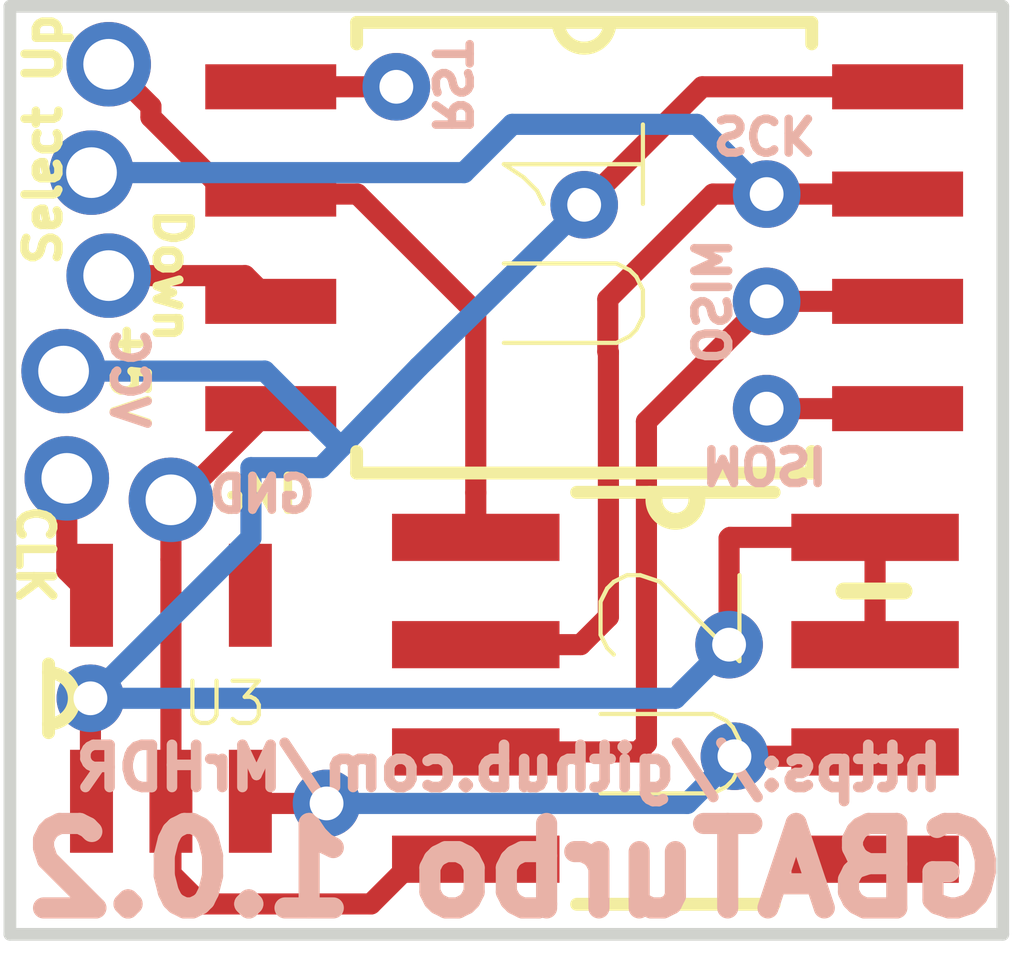
<source format=kicad_pcb>
(kicad_pcb (version 20171130) (host pcbnew "(5.0.0)")

  (general
    (thickness 0.8)
    (drawings 32)
    (tracks 88)
    (zones 0)
    (modules 3)
    (nets 13)
  )

  (page A4)
  (layers
    (0 F.Cu signal)
    (31 B.Cu signal)
    (32 B.Adhes user)
    (33 F.Adhes user)
    (34 B.Paste user)
    (35 F.Paste user)
    (36 B.SilkS user)
    (37 F.SilkS user)
    (38 B.Mask user)
    (39 F.Mask user)
    (40 Dwgs.User user)
    (41 Cmts.User user)
    (42 Eco1.User user)
    (43 Eco2.User user)
    (44 Edge.Cuts user)
    (45 Margin user)
    (46 B.CrtYd user)
    (47 F.CrtYd user)
    (48 B.Fab user)
    (49 F.Fab user)
  )

  (setup
    (last_trace_width 0.25)
    (trace_clearance 0.2)
    (zone_clearance 0.508)
    (zone_45_only no)
    (trace_min 0.2)
    (segment_width 0.2)
    (edge_width 0.15)
    (via_size 0.8)
    (via_drill 0.4)
    (via_min_size 0.4)
    (via_min_drill 0.3)
    (uvia_size 0.3)
    (uvia_drill 0.1)
    (uvias_allowed no)
    (uvia_min_size 0.2)
    (uvia_min_drill 0.1)
    (pcb_text_width 0.3)
    (pcb_text_size 1.5 1.5)
    (mod_edge_width 0.15)
    (mod_text_size 1 1)
    (mod_text_width 0.15)
    (pad_size 1.5494 0.5334)
    (pad_drill 0)
    (pad_to_mask_clearance 0.2)
    (aux_axis_origin 0 0)
    (visible_elements 7FFFFFFF)
    (pcbplotparams
      (layerselection 0x3ffff_ffffffff)
      (usegerberextensions false)
      (usegerberattributes false)
      (usegerberadvancedattributes false)
      (creategerberjobfile false)
      (excludeedgelayer true)
      (linewidth 0.100000)
      (plotframeref false)
      (viasonmask false)
      (mode 1)
      (useauxorigin false)
      (hpglpennumber 1)
      (hpglpenspeed 20)
      (hpglpendiameter 15.000000)
      (psnegative false)
      (psa4output false)
      (plotreference true)
      (plotvalue true)
      (plotinvisibletext false)
      (padsonsilk true)
      (subtractmaskfromsilk false)
      (outputformat 1)
      (mirror false)
      (drillshape 0)
      (scaleselection 1)
      (outputdirectory "D:/OneDrive/Dokumenter/GbaVariableOc/gerber"))
  )

  (net 0 "")
  (net 1 "Net-(U1-Pad2)")
  (net 2 "Net-(U1-Pad3)")
  (net 3 GND)
  (net 4 +5V)
  (net 5 "Net-(U2-Pad5)")
  (net 6 "Net-(U2-Pad6)")
  (net 7 "Net-(U3-Pad4)")
  (net 8 VDD)
  (net 9 "Net-(U1-Pad1)")
  (net 10 "Net-(U1-Pad5)")
  (net 11 "Net-(U1-Pad6)")
  (net 12 "Net-(U1-Pad7)")

  (net_class Default "This is the default net class."
    (clearance 0.2)
    (trace_width 0.25)
    (via_dia 0.8)
    (via_drill 0.4)
    (uvia_dia 0.3)
    (uvia_drill 0.1)
    (diff_pair_gap 0.25)
    (diff_pair_width 0.4)
    (add_net +5V)
    (add_net GND)
    (add_net "Net-(U1-Pad1)")
    (add_net "Net-(U1-Pad2)")
    (add_net "Net-(U1-Pad3)")
    (add_net "Net-(U1-Pad5)")
    (add_net "Net-(U1-Pad6)")
    (add_net "Net-(U1-Pad7)")
    (add_net "Net-(U2-Pad5)")
    (add_net "Net-(U2-Pad6)")
    (add_net "Net-(U3-Pad4)")
    (add_net VDD)
  )

  (module ATTINY85-20SU:SOIC127P798X216-8N (layer F.Cu) (tedit 5B9C1BB8) (tstamp 5B9BA4E6)
    (at 128.778 82.423)
    (path /5B9BCF8A)
    (attr smd)
    (fp_text reference U1 (at -0.0635 -0.127 90) (layer F.SilkS)
      (effects (font (size 1.64512 1.64512) (thickness 0.05)))
    )
    (fp_text value ATtiny85-20SUR (at 0.0635 -3.6195) (layer F.SilkS) hide
      (effects (font (size 1.64308 1.64308) (thickness 0.05)))
    )
    (fp_line (start -2.6924 -1.6764) (end -2.6924 -2.1336) (layer Dwgs.User) (width 0))
    (fp_line (start -2.6924 -2.1336) (end -4.1402 -2.1336) (layer Dwgs.User) (width 0))
    (fp_line (start -4.1402 -2.1336) (end -4.1402 -1.6764) (layer Dwgs.User) (width 0))
    (fp_line (start -4.1402 -1.6764) (end -2.6924 -1.6764) (layer Dwgs.User) (width 0))
    (fp_line (start -2.6924 -0.4064) (end -2.6924 -0.8636) (layer Dwgs.User) (width 0))
    (fp_line (start -2.6924 -0.8636) (end -4.1402 -0.8636) (layer Dwgs.User) (width 0))
    (fp_line (start -4.1402 -0.8636) (end -4.1402 -0.4064) (layer Dwgs.User) (width 0))
    (fp_line (start -4.1402 -0.4064) (end -2.6924 -0.4064) (layer Dwgs.User) (width 0))
    (fp_line (start -2.6924 0.8636) (end -2.6924 0.4064) (layer Dwgs.User) (width 0))
    (fp_line (start -2.6924 0.4064) (end -4.1402 0.4064) (layer Dwgs.User) (width 0))
    (fp_line (start -4.1402 0.4064) (end -4.1402 0.8636) (layer Dwgs.User) (width 0))
    (fp_line (start -4.1402 0.8636) (end -2.6924 0.8636) (layer Dwgs.User) (width 0))
    (fp_line (start -2.6924 2.1336) (end -2.6924 1.6764) (layer Dwgs.User) (width 0))
    (fp_line (start -2.6924 1.6764) (end -4.1402 1.6764) (layer Dwgs.User) (width 0))
    (fp_line (start -4.1402 1.6764) (end -4.1402 2.1336) (layer Dwgs.User) (width 0))
    (fp_line (start -4.1402 2.1336) (end -2.6924 2.1336) (layer Dwgs.User) (width 0))
    (fp_line (start 2.6924 1.6764) (end 2.6924 2.1336) (layer Dwgs.User) (width 0))
    (fp_line (start 2.6924 2.1336) (end 4.1402 2.1336) (layer Dwgs.User) (width 0))
    (fp_line (start 4.1402 2.1336) (end 4.1402 1.6764) (layer Dwgs.User) (width 0))
    (fp_line (start 4.1402 1.6764) (end 2.6924 1.6764) (layer Dwgs.User) (width 0))
    (fp_line (start 2.6924 0.4064) (end 2.6924 0.8636) (layer Dwgs.User) (width 0))
    (fp_line (start 2.6924 0.8636) (end 4.1402 0.8636) (layer Dwgs.User) (width 0))
    (fp_line (start 4.1402 0.8636) (end 4.1402 0.4064) (layer Dwgs.User) (width 0))
    (fp_line (start 4.1402 0.4064) (end 2.6924 0.4064) (layer Dwgs.User) (width 0))
    (fp_line (start 2.6924 -0.8636) (end 2.6924 -0.4064) (layer Dwgs.User) (width 0))
    (fp_line (start 2.6924 -0.4064) (end 4.1402 -0.4064) (layer Dwgs.User) (width 0))
    (fp_line (start 4.1402 -0.4064) (end 4.1402 -0.8636) (layer Dwgs.User) (width 0))
    (fp_line (start 4.1402 -0.8636) (end 2.6924 -0.8636) (layer Dwgs.User) (width 0))
    (fp_line (start 2.6924 -2.1336) (end 2.6924 -1.6764) (layer Dwgs.User) (width 0))
    (fp_line (start 2.6924 -1.6764) (end 4.1402 -1.6764) (layer Dwgs.User) (width 0))
    (fp_line (start 4.1402 -1.6764) (end 4.1402 -2.1336) (layer Dwgs.User) (width 0))
    (fp_line (start 4.1402 -2.1336) (end 2.6924 -2.1336) (layer Dwgs.User) (width 0))
    (fp_line (start -2.6924 2.667) (end 2.6924 2.667) (layer Dwgs.User) (width 0))
    (fp_line (start 2.6924 2.667) (end 2.6924 -2.667) (layer Dwgs.User) (width 0))
    (fp_line (start 2.6924 -2.667) (end 0.3048 -2.667) (layer Dwgs.User) (width 0))
    (fp_line (start 0.3048 -2.667) (end -0.3048 -2.667) (layer Dwgs.User) (width 0))
    (fp_line (start -0.3048 -2.667) (end -2.6924 -2.667) (layer Dwgs.User) (width 0))
    (fp_line (start -2.6924 -2.667) (end -2.6924 2.667) (layer Dwgs.User) (width 0))
    (fp_arc (start 0 -2.667) (end -0.3048 -2.667) (angle -180) (layer Dwgs.User) (width 0))
    (fp_arc (start 0 -2.667) (end -0.3048 -2.667) (angle -180) (layer Dwgs.User) (width 0))
    (fp_line (start -2.6924 2.413) (end -2.6924 2.667) (layer F.SilkS) (width 0.1524))
    (fp_line (start 2.6924 -2.413) (end 2.6924 -2.667) (layer F.SilkS) (width 0.1524))
    (fp_line (start -2.6924 2.667) (end 2.6924 2.667) (layer F.SilkS) (width 0.1524))
    (fp_line (start 2.6924 2.667) (end 2.6924 2.413) (layer F.SilkS) (width 0.1524))
    (fp_line (start 2.6924 -2.667) (end 0.3048 -2.667) (layer F.SilkS) (width 0.1524))
    (fp_line (start 0.3048 -2.667) (end -0.3048 -2.667) (layer F.SilkS) (width 0.1524))
    (fp_line (start -0.3048 -2.667) (end -2.6924 -2.667) (layer F.SilkS) (width 0.1524))
    (fp_line (start -2.6924 -2.667) (end -2.6924 -2.413) (layer F.SilkS) (width 0.1524))
    (fp_arc (start 0 -2.667) (end -0.3048 -2.667) (angle -180) (layer F.SilkS) (width 0.1524))
    (fp_arc (start 0 -2.667) (end -0.3048 -2.667) (angle -180) (layer F.SilkS) (width 0.1524))
    (pad 1 smd rect (at -3.7084 -1.905) (size 1.5494 0.5334) (layers F.Cu F.Paste F.Mask)
      (net 9 "Net-(U1-Pad1)"))
    (pad 2 smd rect (at -3.7084 -0.635) (size 1.5494 0.5334) (layers F.Cu F.Paste F.Mask)
      (net 1 "Net-(U1-Pad2)"))
    (pad 3 smd rect (at -3.7084 0.635) (size 1.5494 0.5334) (layers F.Cu F.Paste F.Mask)
      (net 2 "Net-(U1-Pad3)"))
    (pad 4 smd rect (at -3.7084 1.905) (size 1.5494 0.5334) (layers F.Cu F.Paste F.Mask)
      (net 3 GND))
    (pad 5 smd rect (at 3.7084 1.905) (size 1.5494 0.5334) (layers F.Cu F.Paste F.Mask)
      (net 10 "Net-(U1-Pad5)"))
    (pad 6 smd rect (at 3.7084 0.635) (size 1.5494 0.5334) (layers F.Cu F.Paste F.Mask)
      (net 11 "Net-(U1-Pad6)"))
    (pad 7 smd rect (at 3.7084 -0.635) (size 1.5494 0.5334) (layers F.Cu F.Paste F.Mask)
      (net 12 "Net-(U1-Pad7)"))
    (pad 8 smd rect (at 3.7084 -1.905) (size 1.5494 0.5334) (layers F.Cu F.Paste F.Mask)
      (net 4 +5V))
  )

  (module MCP4151-103E_SN:SOIC127P600X175-8N (layer F.Cu) (tedit 5B9C1555) (tstamp 5B9BA520)
    (at 129.8575 87.757)
    (path /5B9BAA34)
    (attr smd)
    (fp_text reference U2 (at 0 -0.127 90) (layer F.SilkS)
      (effects (font (size 1.64352 1.64352) (thickness 0.05)))
    )
    (fp_text value MCP4151-103E_SN (at -0.355974 3.86487) (layer F.SilkS) hide
      (effects (font (size 1.64173 1.64173) (thickness 0.05)))
    )
    (fp_line (start -1.9558 -1.651) (end -1.9558 -2.159) (layer Dwgs.User) (width 0.1524))
    (fp_line (start -1.9558 -2.159) (end -2.9972 -2.159) (layer Dwgs.User) (width 0.1524))
    (fp_line (start -2.9972 -2.159) (end -2.9972 -1.651) (layer Dwgs.User) (width 0.1524))
    (fp_line (start -2.9972 -1.651) (end -1.9558 -1.651) (layer Dwgs.User) (width 0.1524))
    (fp_line (start -1.9558 -0.381) (end -1.9558 -0.889) (layer Dwgs.User) (width 0.1524))
    (fp_line (start -1.9558 -0.889) (end -2.9972 -0.889) (layer Dwgs.User) (width 0.1524))
    (fp_line (start -2.9972 -0.889) (end -2.9972 -0.381) (layer Dwgs.User) (width 0.1524))
    (fp_line (start -2.9972 -0.381) (end -1.9558 -0.381) (layer Dwgs.User) (width 0.1524))
    (fp_line (start -1.9558 0.889) (end -1.9558 0.381) (layer Dwgs.User) (width 0.1524))
    (fp_line (start -1.9558 0.381) (end -2.9972 0.381) (layer Dwgs.User) (width 0.1524))
    (fp_line (start -2.9972 0.381) (end -2.9972 0.889) (layer Dwgs.User) (width 0.1524))
    (fp_line (start -2.9972 0.889) (end -1.9558 0.889) (layer Dwgs.User) (width 0.1524))
    (fp_line (start -1.9558 2.159) (end -1.9558 1.651) (layer Dwgs.User) (width 0.1524))
    (fp_line (start -1.9558 1.651) (end -2.9972 1.651) (layer Dwgs.User) (width 0.1524))
    (fp_line (start -2.9972 1.651) (end -2.9972 2.159) (layer Dwgs.User) (width 0.1524))
    (fp_line (start -2.9972 2.159) (end -1.9558 2.159) (layer Dwgs.User) (width 0.1524))
    (fp_line (start 1.9558 1.651) (end 1.9558 2.159) (layer Dwgs.User) (width 0.1524))
    (fp_line (start 1.9558 2.159) (end 2.9972 2.159) (layer Dwgs.User) (width 0.1524))
    (fp_line (start 2.9972 2.159) (end 2.9972 1.651) (layer Dwgs.User) (width 0.1524))
    (fp_line (start 2.9972 1.651) (end 1.9558 1.651) (layer Dwgs.User) (width 0.1524))
    (fp_line (start 1.9558 0.381) (end 1.9558 0.889) (layer Dwgs.User) (width 0.1524))
    (fp_line (start 1.9558 0.889) (end 2.9972 0.889) (layer Dwgs.User) (width 0.1524))
    (fp_line (start 2.9972 0.889) (end 2.9972 0.381) (layer Dwgs.User) (width 0.1524))
    (fp_line (start 2.9972 0.381) (end 1.9558 0.381) (layer Dwgs.User) (width 0.1524))
    (fp_line (start 1.9558 -0.889) (end 1.9558 -0.381) (layer Dwgs.User) (width 0.1524))
    (fp_line (start 1.9558 -0.381) (end 2.9972 -0.381) (layer Dwgs.User) (width 0.1524))
    (fp_line (start 2.9972 -0.381) (end 2.9972 -0.889) (layer Dwgs.User) (width 0.1524))
    (fp_line (start 2.9972 -0.889) (end 1.9558 -0.889) (layer Dwgs.User) (width 0.1524))
    (fp_line (start 1.9558 -2.159) (end 1.9558 -1.651) (layer Dwgs.User) (width 0.1524))
    (fp_line (start 1.9558 -1.651) (end 2.9972 -1.651) (layer Dwgs.User) (width 0.1524))
    (fp_line (start 2.9972 -1.651) (end 2.9972 -2.159) (layer Dwgs.User) (width 0.1524))
    (fp_line (start 2.9972 -2.159) (end 1.9558 -2.159) (layer Dwgs.User) (width 0.1524))
    (fp_line (start -1.9558 2.4384) (end 1.9558 2.4384) (layer Dwgs.User) (width 0.1524))
    (fp_line (start 1.9558 2.4384) (end 1.9558 -2.4384) (layer Dwgs.User) (width 0.1524))
    (fp_line (start 1.9558 -2.4384) (end 0.3048 -2.4384) (layer Dwgs.User) (width 0.1524))
    (fp_line (start 0.3048 -2.4384) (end -0.3048 -2.4384) (layer Dwgs.User) (width 0.1524))
    (fp_line (start -0.3048 -2.4384) (end -1.9558 -2.4384) (layer Dwgs.User) (width 0.1524))
    (fp_line (start -1.9558 -2.4384) (end -1.9558 2.4384) (layer Dwgs.User) (width 0.1524))
    (fp_arc (start 0 -2.4384) (end -0.3048 -2.4384) (angle -180) (layer Dwgs.User) (width 0))
    (fp_text user 66 (at -57.7215 -24.003) (layer F.SilkS) hide
      (effects (font (size 1 1) (thickness 0.05)))
    )
    (fp_line (start -1.1684 2.4384) (end 1.1684 2.4384) (layer F.SilkS) (width 0.1524))
    (fp_line (start 1.1684 -2.4384) (end 0.3048 -2.4384) (layer F.SilkS) (width 0.1524))
    (fp_line (start 0.3048 -2.4384) (end -0.3048 -2.4384) (layer F.SilkS) (width 0.1524))
    (fp_line (start -0.3048 -2.4384) (end -1.1684 -2.4384) (layer F.SilkS) (width 0.1524))
    (fp_arc (start 0 -2.4384) (end -0.3048 -2.4384) (angle -180) (layer F.SilkS) (width 0))
    (fp_text user * (at -14.4145 -6.858) (layer F.SilkS) hide
      (effects (font (size 1 1) (thickness 0.05)))
    )
    (pad 1 smd rect (at -2.3622 -1.905) (size 1.9812 0.5588) (layers F.Cu F.Paste F.Mask)
      (net 1 "Net-(U1-Pad2)"))
    (pad 2 smd rect (at -2.3622 -0.635) (size 1.9812 0.5588) (layers F.Cu F.Paste F.Mask)
      (net 12 "Net-(U1-Pad7)"))
    (pad 3 smd rect (at -2.3622 0.635) (size 1.9812 0.5588) (layers F.Cu F.Paste F.Mask)
      (net 11 "Net-(U1-Pad6)"))
    (pad 4 smd rect (at -2.3622 1.905) (size 1.9812 0.5588) (layers F.Cu F.Paste F.Mask)
      (net 3 GND))
    (pad 5 smd rect (at 2.3622 1.905) (size 1.9812 0.5588) (layers F.Cu F.Paste F.Mask)
      (net 5 "Net-(U2-Pad5)"))
    (pad 6 smd rect (at 2.3622 0.635) (size 1.9812 0.5588) (layers F.Cu F.Paste F.Mask)
      (net 6 "Net-(U2-Pad6)"))
    (pad 7 smd rect (at 2.3622 -0.635) (size 1.9812 0.5588) (layers F.Cu F.Paste F.Mask)
      (net 4 +5V))
    (pad 8 smd rect (at 2.3622 -1.905) (size 1.9812 0.5588) (layers F.Cu F.Paste F.Mask)
      (net 4 +5V))
  )

  (module LTC1799:SOT95P280X100-5N (layer F.Cu) (tedit 5B9C1506) (tstamp 5B9BA54D)
    (at 123.8885 87.757 90)
    (path /5B9BD70D)
    (attr smd)
    (fp_text reference U3 (at -0.0635 0.635 180) (layer F.SilkS)
      (effects (font (size 0.5 0.5) (thickness 0.05)))
    )
    (fp_text value LTC1799HS5 (at 1.75534 3.40889 90) (layer F.SilkS) hide
      (effects (font (size 1.64255 1.64255) (thickness 0.05)))
    )
    (fp_line (start 0.4064 -1.4478) (end 0.3048 -1.4478) (layer F.SilkS) (width 0.1524))
    (fp_line (start 0.3048 -1.4478) (end -0.3048 -1.4478) (layer F.SilkS) (width 0.1524))
    (fp_line (start -0.3048 -1.4478) (end -0.4064 -1.4478) (layer F.SilkS) (width 0.1524))
    (fp_arc (start 0 -1.4478) (end -0.3048 -1.4478) (angle -180) (layer F.SilkS) (width 0.1524))
    (fp_line (start -0.8636 1.4478) (end 0.8636 1.4478) (layer Dwgs.User) (width 0))
    (fp_line (start 0.8636 1.4478) (end 0.8636 1.1684) (layer Dwgs.User) (width 0))
    (fp_line (start 0.8636 1.1684) (end 0.8636 0.7366) (layer Dwgs.User) (width 0))
    (fp_line (start 0.8636 0.7366) (end 0.8636 -0.7366) (layer Dwgs.User) (width 0))
    (fp_line (start 0.8636 -1.4478) (end 0.3048 -1.4478) (layer Dwgs.User) (width 0))
    (fp_line (start 0.3048 -1.4478) (end -0.3048 -1.4478) (layer Dwgs.User) (width 0))
    (fp_line (start -0.3048 -1.4478) (end -0.8636 -1.4478) (layer Dwgs.User) (width 0))
    (fp_line (start -0.8636 -1.4478) (end -0.8636 -1.1684) (layer Dwgs.User) (width 0))
    (fp_line (start -0.8636 -1.1684) (end -0.8636 -0.7366) (layer Dwgs.User) (width 0))
    (fp_line (start -0.8636 -0.7366) (end -0.8636 -0.2286) (layer Dwgs.User) (width 0))
    (fp_line (start -0.8636 -0.2286) (end -0.8636 0.2286) (layer Dwgs.User) (width 0))
    (fp_line (start -0.8636 0.2286) (end -0.8636 0.7366) (layer Dwgs.User) (width 0))
    (fp_line (start -0.8636 -1.1684) (end -1.397 -1.1684) (layer Dwgs.User) (width 0))
    (fp_line (start -1.397 -1.1684) (end -1.397 -0.7366) (layer Dwgs.User) (width 0))
    (fp_line (start -1.397 -0.7366) (end -0.8636 -0.7366) (layer Dwgs.User) (width 0))
    (fp_line (start -0.8636 -0.2286) (end -1.397 -0.2286) (layer Dwgs.User) (width 0))
    (fp_line (start -1.397 -0.2286) (end -1.397 0.2286) (layer Dwgs.User) (width 0))
    (fp_line (start -1.397 0.2286) (end -0.8636 0.2286) (layer Dwgs.User) (width 0))
    (fp_line (start -0.8636 1.4478) (end -0.8636 1.1684) (layer Dwgs.User) (width 0))
    (fp_line (start -0.8636 1.1684) (end -0.8636 0.7366) (layer Dwgs.User) (width 0))
    (fp_line (start -0.8636 0.7366) (end -1.397 0.7366) (layer Dwgs.User) (width 0))
    (fp_line (start -1.397 0.7366) (end -1.397 1.1684) (layer Dwgs.User) (width 0))
    (fp_line (start -1.397 1.1684) (end -0.8636 1.1684) (layer Dwgs.User) (width 0))
    (fp_line (start 0.8636 1.1684) (end 1.397 1.1684) (layer Dwgs.User) (width 0))
    (fp_line (start 1.397 1.1684) (end 1.397 0.7366) (layer Dwgs.User) (width 0))
    (fp_line (start 1.397 0.7366) (end 0.8636 0.7366) (layer Dwgs.User) (width 0))
    (fp_line (start 0.8636 -1.4478) (end 0.8636 -1.1684) (layer Dwgs.User) (width 0))
    (fp_line (start 0.8636 -1.1684) (end 0.8636 -0.7366) (layer Dwgs.User) (width 0))
    (fp_line (start 0.8636 -0.7366) (end 1.397 -0.7366) (layer Dwgs.User) (width 0))
    (fp_line (start 1.397 -0.7366) (end 1.397 -1.1684) (layer Dwgs.User) (width 0))
    (fp_line (start 1.397 -1.1684) (end 0.8636 -1.1684) (layer Dwgs.User) (width 0))
    (fp_arc (start 0 -1.4478) (end -0.3048 -1.4478) (angle -180) (layer Dwgs.User) (width 0))
    (pad 1 smd rect (at -1.2192 -0.9398 90) (size 1.2192 0.508) (layers F.Cu F.Paste F.Mask)
      (net 4 +5V))
    (pad 2 smd rect (at -1.2192 0 90) (size 1.2192 0.508) (layers F.Cu F.Paste F.Mask)
      (net 3 GND))
    (pad 3 smd rect (at -1.2192 0.9398 90) (size 1.2192 0.508) (layers F.Cu F.Paste F.Mask)
      (net 6 "Net-(U2-Pad6)"))
    (pad 4 smd rect (at 1.2192 0.9398 90) (size 1.2192 0.508) (layers F.Cu F.Paste F.Mask)
      (net 7 "Net-(U3-Pad4)"))
    (pad 5 smd rect (at 1.2192 -0.9398 90) (size 1.2192 0.508) (layers F.Cu F.Paste F.Mask)
      (net 8 VDD))
  )

  (gr_circle (center 122.9487 81.534) (end 123.3287 81.534) (layer F.Mask) (width 0.2))
  (gr_circle (center 123.1519 80.2513) (end 123.5319 80.2513) (layer F.Mask) (width 0.2))
  (gr_line (start 131.8514 86.487) (end 132.5626 86.487) (layer F.SilkS) (width 0.2))
  (gr_circle (center 123.8885 85.4075) (end 124.2685 85.4075) (layer F.Mask) (width 0.2))
  (gr_circle (center 122.6566 85.1535) (end 123.0366 85.1535) (layer F.Mask) (width 0.2))
  (gr_circle (center 122.6185 83.8835) (end 122.9985 83.8835) (layer F.Mask) (width 0.2))
  (gr_circle (center 123.1519 82.7532) (end 123.5319 82.7532) (layer F.Mask) (width 0.2))
  (gr_circle (center 123.8885 85.4075) (end 124.2685 85.4075) (layer B.Mask) (width 0.2))
  (gr_circle (center 122.6185 83.8835) (end 122.9985 83.8835) (layer B.Mask) (width 0.2))
  (gr_circle (center 130.937 84.328) (end 131.191 84.201) (layer B.Mask) (width 0.2))
  (gr_circle (center 130.937 83.058) (end 131.191 82.931) (layer B.Mask) (width 0.2))
  (gr_circle (center 130.937 81.788) (end 131.191 81.661) (layer B.Mask) (width 0.2))
  (gr_circle (center 126.5555 80.518) (end 126.8095 80.4545) (layer B.Mask) (width 0.2))
  (gr_text https://github.com/MrHDR (at 127.889 88.5825) (layer B.SilkS)
    (effects (font (size 0.5 0.5) (thickness 0.125)) (justify mirror))
  )
  (gr_text "GBATurbo 1.0.2" (at 127.9525 89.789) (layer B.SilkS)
    (effects (font (size 1 1) (thickness 0.25)) (justify mirror))
  )
  (gr_text GND (at 124.968 85.344) (layer B.SilkS) (tstamp 5B9C1DC8)
    (effects (font (size 0.4 0.4) (thickness 0.1)) (justify mirror))
  )
  (gr_text VCC (at 123.3932 83.9724 270) (layer B.SilkS) (tstamp 5B9C1DC2)
    (effects (font (size 0.4 0.4) (thickness 0.1)) (justify mirror))
  )
  (gr_text SCK (at 130.9116 81.0768 180) (layer B.SilkS)
    (effects (font (size 0.4 0.4) (thickness 0.1)) (justify mirror))
  )
  (gr_text MISO (at 130.302 83.058 90) (layer B.SilkS)
    (effects (font (size 0.4 0.4) (thickness 0.1)) (justify mirror))
  )
  (gr_text MOSI (at 130.9116 84.9884 180) (layer B.SilkS)
    (effects (font (size 0.4 0.4) (thickness 0.1)) (justify mirror))
  )
  (gr_text RST (at 127.2032 80.518 270) (layer B.SilkS)
    (effects (font (size 0.4 0.4) (thickness 0.1)) (justify mirror))
  )
  (gr_arc (start 129.8575 85.4075) (end 129.6035 85.4075) (angle -180) (layer F.SilkS) (width 0.2))
  (gr_line (start 121.9835 90.551) (end 133.731 90.551) (layer Edge.Cuts) (width 0.15))
  (gr_line (start 121.9835 79.5655) (end 121.9835 90.551) (layer Edge.Cuts) (width 0.15))
  (gr_line (start 133.731 79.5655) (end 121.9835 79.5655) (layer Edge.Cuts) (width 0.15))
  (gr_line (start 133.731 90.551) (end 133.731 79.5655) (layer Edge.Cuts) (width 0.15))
  (gr_text Down (at 123.9012 82.7532 270) (layer F.SilkS)
    (effects (font (size 0.4 0.4) (thickness 0.1)))
  )
  (gr_text Up (at 122.3772 80.0608 90) (layer F.SilkS)
    (effects (font (size 0.4 0.4) (thickness 0.1)))
  )
  (gr_text Select (at 122.3772 81.6864 90) (layer F.SilkS)
    (effects (font (size 0.4 0.4) (thickness 0.1)))
  )
  (gr_text +5V (at 123.3932 83.9216 270) (layer F.SilkS)
    (effects (font (size 0.4 0.4) (thickness 0.1)))
  )
  (gr_text GND (at 124.968 85.344) (layer F.SilkS)
    (effects (font (size 0.4 0.4) (thickness 0.1)))
  )
  (gr_text CLK (at 122.2756 86.0552 270) (layer F.SilkS)
    (effects (font (size 0.4 0.4) (thickness 0.1)))
  )

  (via (at 123.1519 80.2513) (size 1) (drill 0.6) (layers F.Cu B.Cu) (net 1))
  (segment (start 127.4953 85.3226) (end 127.4953 85.852) (width 0.25) (layer F.Cu) (net 1))
  (segment (start 127.4953 83.189) (end 127.4953 85.3226) (width 0.25) (layer F.Cu) (net 1))
  (segment (start 126.0943 81.788) (end 127.4953 83.189) (width 0.25) (layer F.Cu) (net 1))
  (segment (start 125.0696 81.788) (end 126.0943 81.788) (width 0.25) (layer F.Cu) (net 1))
  (segment (start 124.5362 81.788) (end 125.0696 81.788) (width 0.25) (layer F.Cu) (net 1))
  (segment (start 124.5616 81.788) (end 125.0696 81.788) (width 0.25) (layer F.Cu) (net 1))
  (segment (start 123.651899 80.878299) (end 124.5616 81.788) (width 0.25) (layer F.Cu) (net 1))
  (segment (start 123.651899 80.751299) (end 123.651899 80.878299) (width 0.25) (layer F.Cu) (net 1))
  (segment (start 123.1519 80.2513) (end 123.651899 80.751299) (width 0.25) (layer F.Cu) (net 1))
  (via (at 123.1519 82.7532) (size 1) (drill 0.6) (layers F.Cu B.Cu) (net 2))
  (segment (start 124.7648 82.7532) (end 125.0696 83.058) (width 0.25) (layer F.Cu) (net 2))
  (segment (start 123.1519 82.7532) (end 124.7648 82.7532) (width 0.25) (layer F.Cu) (net 2))
  (via (at 123.8885 85.4075) (size 1) (drill 0.6) (layers F.Cu B.Cu) (net 3))
  (segment (start 126.7841 89.662) (end 127.4953 89.662) (width 0.25) (layer F.Cu) (net 3))
  (segment (start 126.2547 90.1914) (end 126.7841 89.662) (width 0.25) (layer F.Cu) (net 3))
  (segment (start 124.2441 90.1914) (end 126.2547 90.1914) (width 0.25) (layer F.Cu) (net 3))
  (segment (start 123.8885 89.8358) (end 124.2441 90.1914) (width 0.25) (layer F.Cu) (net 3))
  (segment (start 123.8885 88.9762) (end 123.8885 89.8358) (width 0.25) (layer F.Cu) (net 3))
  (segment (start 125.0696 84.328) (end 124.968 84.328) (width 0.25) (layer F.Cu) (net 3))
  (segment (start 123.9901 85.4075) (end 125.0696 84.328) (width 0.25) (layer F.Cu) (net 3))
  (segment (start 123.8885 85.4075) (end 123.9901 85.4075) (width 0.25) (layer F.Cu) (net 3))
  (segment (start 123.8885 86.114606) (end 123.8885 88.9762) (width 0.25) (layer F.Cu) (net 3))
  (segment (start 123.8885 85.4075) (end 123.8885 86.114606) (width 0.25) (layer F.Cu) (net 3))
  (via (at 130.4925 87.122) (size 0.8) (drill 0.4) (layers F.Cu B.Cu) (net 4))
  (via (at 122.936 87.757) (size 0.8) (drill 0.4) (layers F.Cu B.Cu) (net 4))
  (via (at 122.6185 83.8835) (size 1) (drill 0.6) (layers F.Cu B.Cu) (net 4))
  (segment (start 132.9309 87.122) (end 132.2197 87.122) (width 0.25) (layer F.Cu) (net 4))
  (segment (start 132.2197 87.122) (end 132.2197 85.852) (width 0.25) (layer F.Cu) (net 4))
  (segment (start 132.9944 80.518) (end 132.4864 80.518) (width 0.25) (layer F.Cu) (net 4))
  (segment (start 132.2197 85.852) (end 132.9309 85.852) (width 0.25) (layer F.Cu) (net 4))
  (segment (start 130.175 80.518) (end 132.4864 80.518) (width 0.25) (layer F.Cu) (net 4))
  (segment (start 128.778 81.915) (end 128.778 81.915) (width 0.25) (layer F.Cu) (net 4))
  (via (at 128.778 81.915) (size 0.8) (drill 0.4) (layers F.Cu B.Cu) (net 4))
  (segment (start 130.175 80.518) (end 128.778 81.915) (width 0.25) (layer F.Cu) (net 4))
  (segment (start 124.835185 85.857815) (end 122.936 87.757) (width 0.25) (layer B.Cu) (net 4))
  (segment (start 124.835185 85.0265) (end 124.835185 85.857815) (width 0.25) (layer B.Cu) (net 4))
  (segment (start 122.936 88.9635) (end 122.9487 88.9762) (width 0.25) (layer F.Cu) (net 4))
  (segment (start 122.936 87.757) (end 122.936 88.9635) (width 0.25) (layer F.Cu) (net 4))
  (segment (start 129.8575 87.757) (end 122.936 87.757) (width 0.25) (layer B.Cu) (net 4))
  (segment (start 130.4925 87.122) (end 129.8575 87.757) (width 0.25) (layer B.Cu) (net 4))
  (segment (start 124.835185 85.0265) (end 125.6665 85.0265) (width 0.25) (layer B.Cu) (net 4))
  (segment (start 130.4925 87.122) (end 130.4925 85.8647) (width 0.25) (layer F.Cu) (net 4))
  (segment (start 130.5052 85.852) (end 132.2197 85.852) (width 0.25) (layer F.Cu) (net 4))
  (segment (start 130.4925 85.8647) (end 130.5052 85.852) (width 0.25) (layer F.Cu) (net 4))
  (segment (start 126.8222 83.8327) (end 128.778 81.915) (width 0.25) (layer B.Cu) (net 4))
  (segment (start 124.998399 83.8835) (end 125.900099 84.7852) (width 0.25) (layer B.Cu) (net 4))
  (segment (start 122.6185 83.8835) (end 124.998399 83.8835) (width 0.25) (layer B.Cu) (net 4))
  (segment (start 125.6665 85.0265) (end 125.900099 84.7852) (width 0.25) (layer B.Cu) (net 4))
  (segment (start 125.900099 84.7852) (end 126.8222 83.8327) (width 0.25) (layer B.Cu) (net 4))
  (via (at 130.556 88.4428) (size 0.8) (drill 0.4) (layers F.Cu B.Cu) (net 6))
  (via (at 125.73 89.0016) (size 0.8) (drill 0.4) (layers F.Cu B.Cu) (net 6))
  (segment (start 132.1689 88.4428) (end 132.2197 88.392) (width 0.25) (layer F.Cu) (net 6))
  (segment (start 130.556 88.4428) (end 132.1689 88.4428) (width 0.25) (layer F.Cu) (net 6))
  (segment (start 129.9972 89.0016) (end 125.73 89.0016) (width 0.25) (layer B.Cu) (net 6))
  (segment (start 130.556 88.4428) (end 129.9972 89.0016) (width 0.25) (layer B.Cu) (net 6))
  (segment (start 124.8537 89.0016) (end 124.8283 88.9762) (width 0.25) (layer F.Cu) (net 6))
  (segment (start 125.73 89.0016) (end 124.8537 89.0016) (width 0.25) (layer F.Cu) (net 6))
  (via (at 122.6566 85.1535) (size 1) (drill 0.6) (layers F.Cu B.Cu) (net 8))
  (segment (start 122.809 86.3981) (end 122.9487 86.5378) (width 0.25) (layer F.Cu) (net 8))
  (segment (start 122.6566 86.2457) (end 122.9487 86.5378) (width 0.25) (layer F.Cu) (net 8))
  (segment (start 122.6566 85.1535) (end 122.6566 86.2457) (width 0.25) (layer F.Cu) (net 8))
  (via (at 126.5555 80.518) (size 0.8) (drill 0.4) (layers F.Cu B.Cu) (net 9))
  (segment (start 126.5555 80.518) (end 125.0696 80.518) (width 0.25) (layer F.Cu) (net 9))
  (via (at 130.937 84.328) (size 0.8) (drill 0.4) (layers F.Cu B.Cu) (net 10))
  (segment (start 130.937 84.328) (end 132.4864 84.328) (width 0.25) (layer F.Cu) (net 10))
  (via (at 130.937 83.058) (size 0.8) (drill 0.4) (layers F.Cu B.Cu) (net 11))
  (segment (start 128.2065 88.392) (end 127.4953 88.392) (width 0.25) (layer F.Cu) (net 11))
  (segment (start 130.937 83.058) (end 132.4864 83.058) (width 0.25) (layer F.Cu) (net 11))
  (segment (start 129.5146 84.4804) (end 130.937 83.058) (width 0.25) (layer F.Cu) (net 11))
  (segment (start 129.5146 88.2904) (end 129.5146 84.4804) (width 0.25) (layer F.Cu) (net 11))
  (segment (start 127.4953 88.392) (end 129.413 88.392) (width 0.25) (layer F.Cu) (net 11))
  (segment (start 129.413 88.392) (end 129.5146 88.2904) (width 0.25) (layer F.Cu) (net 11))
  (via (at 122.9487 81.534) (size 1) (drill 0.6) (layers F.Cu B.Cu) (net 12))
  (via (at 130.937 81.788) (size 0.8) (drill 0.4) (layers F.Cu B.Cu) (net 12))
  (segment (start 128.2065 87.122) (end 127.4953 87.122) (width 0.25) (layer F.Cu) (net 12))
  (segment (start 130.937 81.788) (end 130.302 81.788) (width 0.25) (layer F.Cu) (net 12))
  (segment (start 130.937 81.788) (end 132.4864 81.788) (width 0.25) (layer F.Cu) (net 12))
  (segment (start 129.06459 86.79331) (end 129.06459 83.66041) (width 0.25) (layer F.Cu) (net 12))
  (segment (start 127.4953 87.122) (end 128.7359 87.122) (width 0.25) (layer F.Cu) (net 12))
  (segment (start 128.7359 87.122) (end 129.06459 86.79331) (width 0.25) (layer F.Cu) (net 12))
  (segment (start 129.06459 83.66041) (end 129.0574 83.65322) (width 0.25) (layer F.Cu) (net 12))
  (segment (start 129.0574 83.0326) (end 130.302 81.788) (width 0.25) (layer F.Cu) (net 12))
  (segment (start 129.0574 83.65322) (end 129.0574 83.0326) (width 0.25) (layer F.Cu) (net 12))
  (segment (start 130.1115 80.9625) (end 130.937 81.788) (width 0.25) (layer B.Cu) (net 12))
  (segment (start 127.9271 80.9625) (end 130.1115 80.9625) (width 0.25) (layer B.Cu) (net 12))
  (segment (start 122.9487 81.534) (end 127.3556 81.534) (width 0.25) (layer B.Cu) (net 12))
  (segment (start 127.3556 81.534) (end 127.9271 80.9625) (width 0.25) (layer B.Cu) (net 12))

)

</source>
